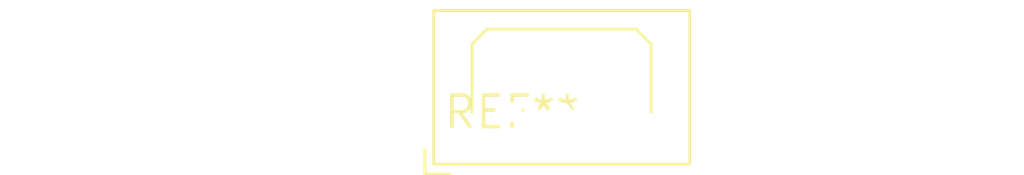
<source format=kicad_pcb>
(kicad_pcb (version 20240108) (generator pcbnew)
  (layers (0 "F.Cu" signal) (31 "B.Cu" signal) (34 "B.Paste" user) (35 "F.Paste" user) (36 "B.SilkS" user "B.Silkscreen") (37 "F.SilkS" user "F.Silkscreen") (38 "B.Mask" user) (39 "F.Mask" user) (44 "Edge.Cuts" user))
  (net 0 "")
  (footprint "Harwin_LTek-Male_2x03_P2.00mm_Vertical" (layer "F.Cu") (at 0 0)
    (property "Reference" "REF**")
    (property "Value" "Harwin_LTek-Male_2x03_P2.00mm_Vertical")
    (fp_line (start -3.5 1.5) (end -3.5 2.5) (layer "F.SilkS") (stroke (width 0.12)))
    (fp_line (start -3.5 2.5) (end -2.5 2.5) (layer "F.SilkS") (stroke (width 0.12)))
    (fp_line (start -3.15 -4.1) (end -3.15 2.1) (layer "F.SilkS") (stroke (width 0.12)))
    (fp_line (start -3.15 2.1) (end 7.15 2.1) (layer "F.SilkS") (stroke (width 0.12)))
    (fp_line (start -1.6 -2.75) (end -1 -3.35) (layer "F.SilkS") (stroke (width 0.12)))
    (fp_line (start -1.6 0) (end -1.6 -2.75) (layer "F.SilkS") (stroke (width 0.12)))
    (fp_line (start -1 -3.35) (end 2 -3.35) (layer "F.SilkS") (stroke (width 0.12)))
    (fp_line (start 5 -3.35) (end 2 -3.35) (layer "F.SilkS") (stroke (width 0.12)))
    (fp_line (start 5.6 -2.75) (end 5 -3.35) (layer "F.SilkS") (stroke (width 0.12)))
    (fp_line (start 5.6 0) (end 5.6 -2.75) (layer "F.SilkS") (stroke (width 0.12)))
    (fp_line (start 7.15 -4.1) (end -3.15 -4.1) (layer "F.SilkS") (stroke (width 0.12)))
    (fp_line (start 7.15 2.1) (end 7.15 -4.1) (layer "F.SilkS") (stroke (width 0.12)))
    (pad "1" thru_hole rect (at 0 0) (size 1.35 1.35) (drill 0.8) (layers *.Cu *.Mask) (remove_unused_layers))
    (pad "2" thru_hole circle (at 0 -2) (size 1.35 1.35) (drill 0.8) (layers *.Cu *.Mask) (remove_unused_layers))
    (pad "3" thru_hole circle (at 2 0) (size 1.35 1.35) (drill 0.8) (layers *.Cu *.Mask) (remove_unused_layers))
    (pad "4" thru_hole circle (at 2 -2) (size 1.35 1.35) (drill 0.8) (layers *.Cu *.Mask) (remove_unused_layers))
    (pad "5" thru_hole circle (at 4 0) (size 1.35 1.35) (drill 0.8) (layers *.Cu *.Mask) (remove_unused_layers))
    (pad "6" thru_hole circle (at 4 -2) (size 1.35 1.35) (drill 0.8) (layers *.Cu *.Mask) (remove_unused_layers))
  )
)
</source>
